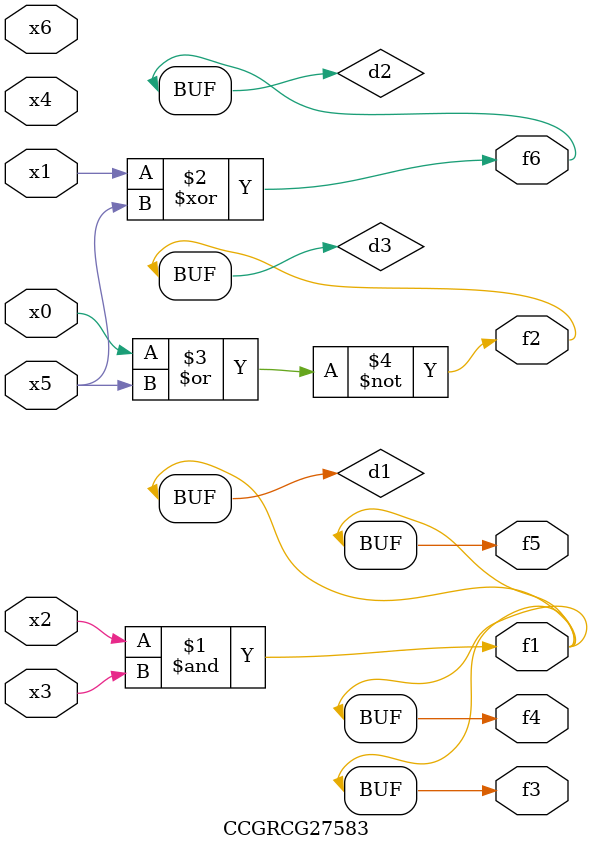
<source format=v>
module CCGRCG27583(
	input x0, x1, x2, x3, x4, x5, x6,
	output f1, f2, f3, f4, f5, f6
);

	wire d1, d2, d3;

	and (d1, x2, x3);
	xor (d2, x1, x5);
	nor (d3, x0, x5);
	assign f1 = d1;
	assign f2 = d3;
	assign f3 = d1;
	assign f4 = d1;
	assign f5 = d1;
	assign f6 = d2;
endmodule

</source>
